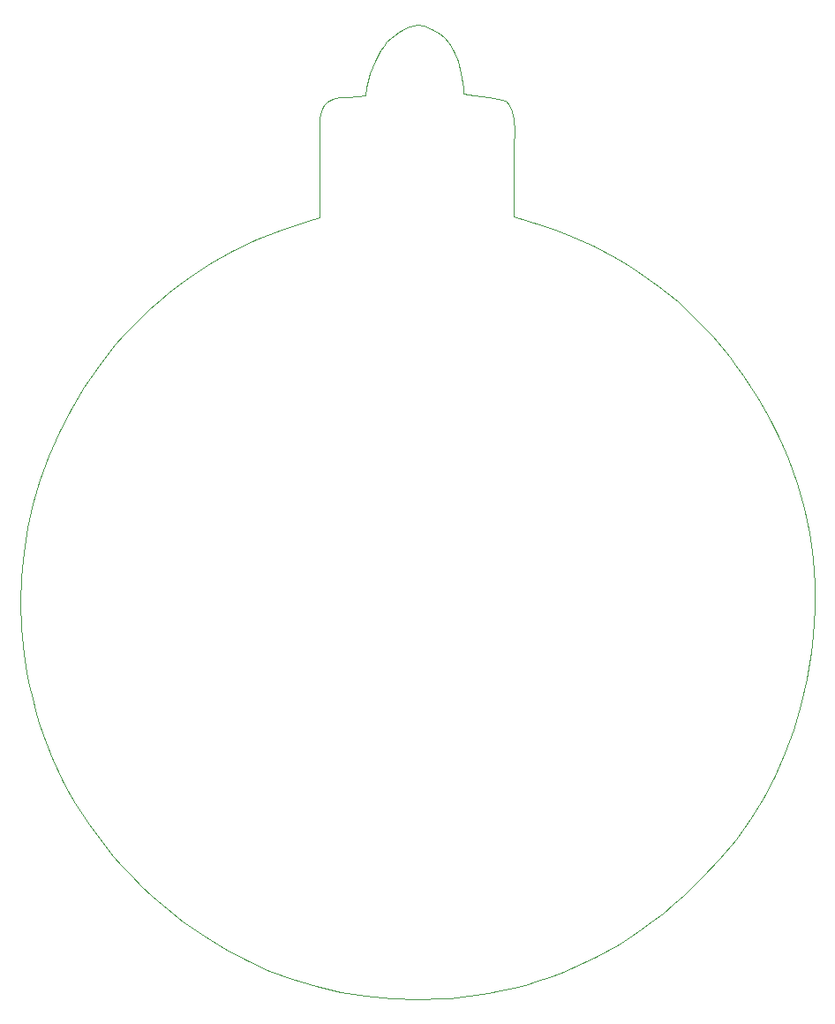
<source format=gbr>
G04 #@! TF.FileFunction,Profile,NP*
%FSLAX46Y46*%
G04 Gerber Fmt 4.6, Leading zero omitted, Abs format (unit mm)*
G04 Created by KiCad (PCBNEW 4.0.4-stable) date 12/07/16 00:40:48*
%MOMM*%
%LPD*%
G01*
G04 APERTURE LIST*
%ADD10C,0.100000*%
G04 APERTURE END LIST*
D10*
X240528868Y-135619067D02*
X240932707Y-136806277D01*
X240932707Y-136806277D02*
X241287718Y-137977313D01*
X199687132Y-98882235D02*
X199834364Y-98169284D01*
X199577864Y-99621753D02*
X199687132Y-98882235D01*
X198722998Y-99735751D02*
X199577864Y-99621753D01*
X197902571Y-99775912D02*
X198722998Y-99735751D01*
X197005034Y-99840136D02*
X197902571Y-99775912D01*
X196399778Y-99978900D02*
X197005034Y-99840136D01*
X195937086Y-100214480D02*
X196399778Y-99978900D01*
X195917433Y-100228656D02*
X195937086Y-100214480D01*
X195728643Y-100396991D02*
X195917433Y-100228656D01*
X195570913Y-100598590D02*
X195728643Y-100396991D01*
X195418898Y-100880557D02*
X195570913Y-100598590D01*
X195303465Y-101201297D02*
X195418898Y-100880557D01*
X195186049Y-101765445D02*
X195303465Y-101201297D01*
X195129431Y-102392413D02*
X195186049Y-101765445D01*
X195131117Y-103759295D02*
X195129431Y-102392413D01*
X195175207Y-105379199D02*
X195131117Y-103759295D01*
X195175207Y-108578784D02*
X195175207Y-105379199D01*
X195175207Y-111305804D02*
X195175207Y-108578784D01*
X194090033Y-111621890D02*
X195175207Y-111305804D01*
X191506575Y-112487475D02*
X194090033Y-111621890D01*
X189082533Y-113463107D02*
X191506575Y-112487475D01*
X186803717Y-114548419D02*
X189082533Y-113463107D01*
X184657332Y-115744616D02*
X186803717Y-114548419D01*
X182631926Y-117054507D02*
X184657332Y-115744616D01*
X181660635Y-117753985D02*
X182631926Y-117054507D01*
X180717344Y-118482608D02*
X181660635Y-117753985D01*
X179797316Y-119244113D02*
X180717344Y-118482608D01*
X178904730Y-120035129D02*
X179797316Y-119244113D01*
X178032072Y-120862613D02*
X178904730Y-120035129D01*
X177186461Y-121720141D02*
X178032072Y-120862613D01*
X176357885Y-122618487D02*
X177186461Y-121720141D01*
X175556135Y-123547656D02*
X176357885Y-122618487D01*
X174768972Y-124522769D02*
X175556135Y-123547656D01*
X174008535Y-125529742D02*
X174768972Y-124522769D01*
X172588118Y-127601169D02*
X174008535Y-125529742D01*
X171301062Y-129745456D02*
X172588118Y-127601169D01*
X170162825Y-131937396D02*
X171301062Y-129745456D01*
X169176069Y-134168948D02*
X170162825Y-131937396D01*
X168341856Y-136434710D02*
X169176069Y-134168948D01*
X167660490Y-138731311D02*
X168341856Y-136434710D01*
X167132040Y-141056964D02*
X167660490Y-138731311D01*
X166756750Y-143411113D02*
X167132040Y-141056964D01*
X166535330Y-145794185D02*
X166756750Y-143411113D01*
X166469130Y-148207347D02*
X166535330Y-145794185D01*
X166560263Y-150652301D02*
X166469130Y-148207347D01*
X166811735Y-153131152D02*
X166560263Y-150652301D01*
X167087843Y-154910182D02*
X166811735Y-153131152D01*
X167330496Y-156161700D02*
X167087843Y-154910182D01*
X167608122Y-157383609D02*
X167330496Y-156161700D01*
X167923063Y-158588000D02*
X167608122Y-157383609D01*
X168271864Y-159763217D02*
X167923063Y-158588000D01*
X168658819Y-160924632D02*
X168271864Y-159763217D01*
X169078634Y-162057177D02*
X168658819Y-160924632D01*
X169538168Y-163179599D02*
X169078634Y-162057177D01*
X170029699Y-164273303D02*
X169538168Y-163179599D01*
X170563292Y-165360499D02*
X170029699Y-164273303D01*
X171128119Y-166418979D02*
X170563292Y-165360499D01*
X171738241Y-167474551D02*
X171128119Y-166418979D01*
X172378904Y-168501246D02*
X171738241Y-167474551D01*
X173069098Y-169528644D02*
X172378904Y-168501246D01*
X173789198Y-170526843D02*
X173069098Y-169528644D01*
X174564253Y-171529429D02*
X173789198Y-170526843D01*
X208936987Y-98903338D02*
X208975912Y-99452426D01*
X208745146Y-97517795D02*
X208936987Y-98903338D01*
X208448370Y-96346393D02*
X208745146Y-97517795D01*
X208068045Y-95387515D02*
X208448370Y-96346393D01*
X207620077Y-94623950D02*
X208068045Y-95387515D01*
X207113150Y-94033816D02*
X207620077Y-94623950D01*
X206713560Y-93714435D02*
X207113150Y-94033816D01*
X205920332Y-93265475D02*
X206713560Y-93714435D01*
X205161749Y-92986422D02*
X205920332Y-93265475D01*
X204569471Y-92889239D02*
X205161749Y-92986422D01*
X204149847Y-92933108D02*
X204569471Y-92889239D01*
X203566679Y-93140078D02*
X204149847Y-92933108D01*
X203140364Y-93341205D02*
X203566679Y-93140078D01*
X202738569Y-93575747D02*
X203140364Y-93341205D01*
X202349913Y-93851062D02*
X202738569Y-93575747D01*
X201986876Y-94158999D02*
X202349913Y-93851062D01*
X201635626Y-94513019D02*
X201986876Y-94158999D01*
X201311712Y-94899234D02*
X201635626Y-94513019D01*
X201000631Y-95337817D02*
X201311712Y-94899234D01*
X200719160Y-95808230D02*
X201000631Y-95337817D01*
X200454016Y-96336856D02*
X200719160Y-95808230D01*
X200221174Y-96896533D02*
X200454016Y-96336856D01*
X200010176Y-97518176D02*
X200221174Y-96896533D01*
X199834364Y-98169284D02*
X200010176Y-97518176D01*
X175368605Y-172502314D02*
X174564253Y-171529429D01*
X176234785Y-173483493D02*
X175368605Y-172502314D01*
X177129629Y-174434260D02*
X176234785Y-173483493D01*
X178095106Y-175397662D02*
X177129629Y-174434260D01*
X179088499Y-176329738D02*
X178095106Y-175397662D01*
X180099211Y-177221240D02*
X179088499Y-176329738D01*
X182043959Y-178782359D02*
X180099211Y-177221240D01*
X184040121Y-180190059D02*
X182043959Y-178782359D01*
X186088263Y-181447345D02*
X184040121Y-180190059D01*
X188189825Y-182556788D02*
X186088263Y-181447345D01*
X190346991Y-183520343D02*
X188189825Y-182556788D01*
X192562674Y-184339183D02*
X190346991Y-183520343D01*
X194840353Y-185013568D02*
X192562674Y-184339183D01*
X197184065Y-185542743D02*
X194840353Y-185013568D01*
X199598280Y-185924937D02*
X197184065Y-185542743D01*
X202087828Y-186157260D02*
X199598280Y-185924937D01*
X204657827Y-186235766D02*
X202087828Y-186157260D01*
X205110891Y-186233302D02*
X204657827Y-186235766D01*
X206399649Y-186199023D02*
X205110891Y-186233302D01*
X207661657Y-186125338D02*
X206399649Y-186199023D01*
X208914824Y-186011599D02*
X207661657Y-186125338D01*
X210141050Y-185859897D02*
X208914824Y-186011599D01*
X211361670Y-185667857D02*
X210141050Y-185859897D01*
X212555006Y-185439197D02*
X211361670Y-185667857D01*
X213746023Y-185169261D02*
X212555006Y-185439197D01*
X214909231Y-184864009D02*
X213746023Y-185169261D01*
X216073477Y-184515857D02*
X214909231Y-184864009D01*
X217209173Y-184133670D02*
X216073477Y-184515857D01*
X218349333Y-183706157D02*
X217209173Y-184133670D01*
X219459990Y-183245944D02*
X218349333Y-183706157D01*
X220578634Y-182737109D02*
X219459990Y-183245944D01*
X221666533Y-182197001D02*
X220578634Y-182737109D01*
X222766134Y-181603961D02*
X221666533Y-182197001D01*
X223833418Y-180981273D02*
X222766134Y-181603961D01*
X224916433Y-180300082D02*
X223833418Y-180981273D01*
X225965139Y-179591212D02*
X224916433Y-180300082D01*
X227034185Y-178816615D02*
X225965139Y-179591212D01*
X228066366Y-178016871D02*
X227034185Y-178816615D01*
X229124571Y-177141795D02*
X228066366Y-178016871D01*
X230142576Y-176244990D02*
X229124571Y-177141795D01*
X231855848Y-174601001D02*
X230142576Y-176244990D01*
X233548796Y-172773181D02*
X231855848Y-174601001D01*
X235085249Y-170888255D02*
X233548796Y-172773181D01*
X236473188Y-168940448D02*
X235085249Y-170888255D01*
X237718763Y-166923556D02*
X236473188Y-168940448D01*
X238826323Y-164830920D02*
X237718763Y-166923556D01*
X239798597Y-162655345D02*
X238826323Y-164830920D01*
X240636702Y-160389110D02*
X239798597Y-162655345D01*
X241340239Y-158023982D02*
X240636702Y-160389110D01*
X241907255Y-155551227D02*
X241340239Y-158023982D01*
X242334425Y-152961657D02*
X241907255Y-155551227D01*
X242518370Y-151331225D02*
X242334425Y-152961657D01*
X242611723Y-150084353D02*
X242518370Y-151331225D01*
X242663191Y-148855578D02*
X242611723Y-150084353D01*
X242673948Y-147619998D02*
X242663191Y-148855578D01*
X242643995Y-146403674D02*
X242673948Y-147619998D01*
X242572645Y-145178332D02*
X242643995Y-146403674D01*
X242461729Y-143973613D02*
X242572645Y-145178332D01*
X242308256Y-142757739D02*
X242461729Y-143973613D01*
X242116407Y-141564120D02*
X242308256Y-142757739D01*
X241880323Y-140357364D02*
X242116407Y-141564120D01*
X241607191Y-139174762D02*
X241880323Y-140357364D01*
X241287718Y-137977313D02*
X241607191Y-139174762D01*
X240091322Y-134460956D02*
X240528868Y-135619067D01*
X239602217Y-133285891D02*
X240091322Y-134460956D01*
X239081694Y-132143130D02*
X239602217Y-133285891D01*
X238506804Y-130983432D02*
X239081694Y-132143130D01*
X237903471Y-129859851D02*
X238506804Y-130983432D01*
X237243300Y-128720538D02*
X237903471Y-129859851D01*
X236558622Y-127621921D02*
X237243300Y-128720538D01*
X235815550Y-126510455D02*
X236558622Y-127621921D01*
X235053221Y-125445163D02*
X235815550Y-126510455D01*
X234491560Y-124703555D02*
X235053221Y-125445163D01*
X232911634Y-122793918D02*
X234491560Y-124703555D01*
X231248198Y-121028659D02*
X232911634Y-122793918D01*
X229494078Y-119397098D02*
X231248198Y-121028659D01*
X227640905Y-117890551D02*
X229494078Y-119397098D01*
X225679007Y-116502231D02*
X227640905Y-117890551D01*
X224652830Y-115850146D02*
X225679007Y-116502231D01*
X223597380Y-115227206D02*
X224652830Y-115850146D01*
X222505789Y-114630038D02*
X223597380Y-115227206D01*
X221383589Y-114062274D02*
X222505789Y-114630038D01*
X220219740Y-113519168D02*
X221383589Y-114062274D01*
X219023710Y-113005923D02*
X220219740Y-113519168D01*
X217779966Y-112516879D02*
X219023710Y-113005923D01*
X216502203Y-112058322D02*
X217779966Y-112516879D01*
X215170073Y-111624103D02*
X216502203Y-112058322D01*
X213801802Y-111221225D02*
X215170073Y-111624103D01*
X213801802Y-108337558D02*
X213801802Y-111221225D01*
X213801802Y-105293872D02*
X213801802Y-108337558D01*
X213813398Y-104549930D02*
X213801802Y-105293872D01*
X213846449Y-102954715D02*
X213813398Y-104549930D01*
X213633352Y-101166705D02*
X213787809Y-101924655D01*
X213787809Y-101924655D02*
X213846449Y-102954715D01*
X213386129Y-100584918D02*
X213633352Y-101166705D01*
X213039747Y-100129733D02*
X213386129Y-100584918D01*
X208975912Y-99452426D02*
X209934622Y-99644412D01*
X211451033Y-99829425D02*
X212275000Y-99950000D01*
X209934622Y-99644412D02*
X211451033Y-99829425D01*
X212275000Y-99950000D02*
X213039747Y-100129733D01*
M02*

</source>
